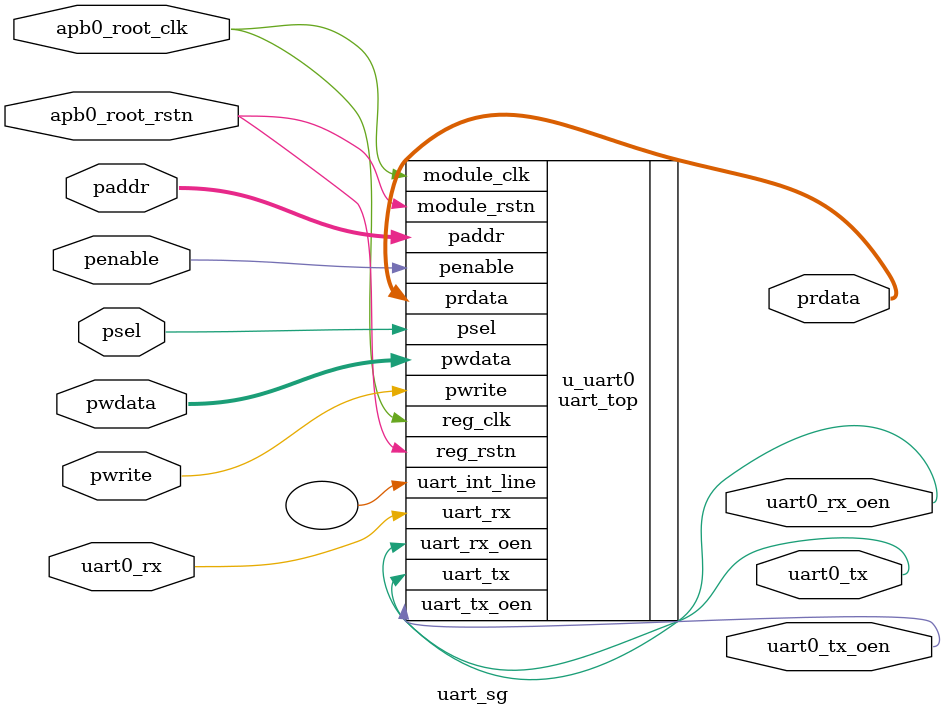
<source format=v>

module uart_sg 
(
	input						apb0_root_clk,
	input						apb0_root_rstn,
	
	//pin
	output 						uart0_tx,
	output 						uart0_tx_oen,
	input    					uart0_rx,
	output 						uart0_rx_oen,

	//apb bus interface
	input	[31:0]				paddr,  
	input						penable,
	input						psel,  
	input						pwrite, 
	input	[31:0]				pwdata, 
	output	[31:0]				prdata 
);

uart_top u_uart0
(
	.module_clk					(apb0_root_clk),  
	.module_rstn				(apb0_root_rstn),
	
	.uart_tx					(uart0_tx),
	.uart_tx_oen				(uart0_tx_oen),
	.uart_rx					(uart0_rx),
	.uart_rx_oen				(uart0_rx_oen),

	.reg_clk					(apb0_root_clk),
	.reg_rstn					(apb0_root_rstn),
	.pwrite						(pwrite),
	.psel						(psel),						
	.penable					(penable),
	.paddr						(paddr),
	.pwdata						(pwdata),
	.prdata						(prdata),

	.uart_int_line				()
);

endmodule


</source>
